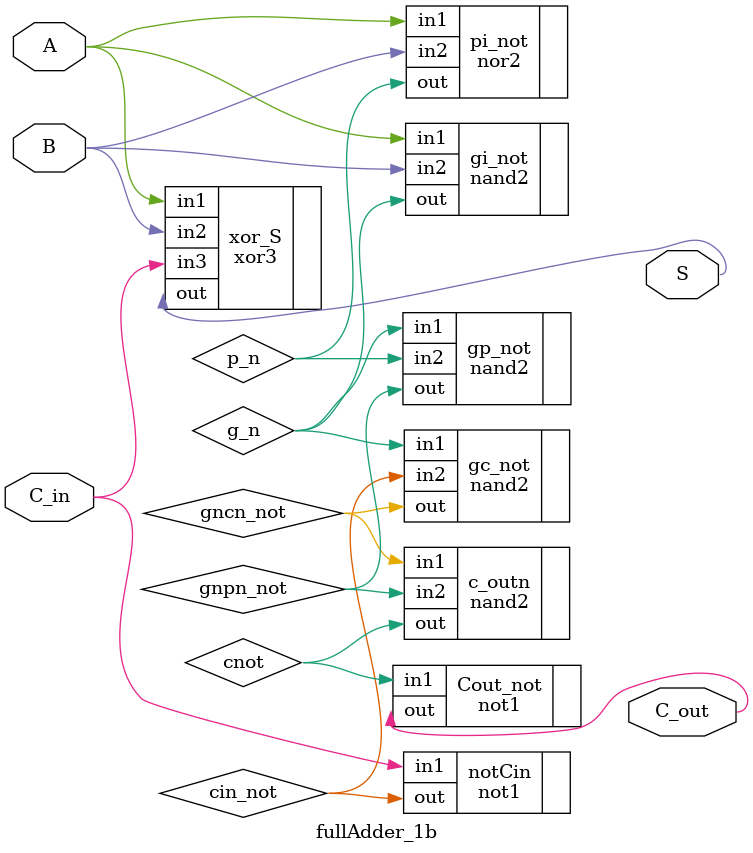
<source format=v>
/*
    CS/ECE 552 Spring '20
    Homework #1, Problem 2
    
    a 1-bit full adder
*/
module fullAdder_1b(A, B, C_in, S, C_out);
    input  A, B;
    input  C_in;
    output S;
    output C_out;

    wire ab_nand;
    wire ab_xor;
    wire cab_nand;

    wire g_n;
    wire p_n;

    wire gnpn_not;
    wire gncn_not;

    wire cnot;
    wire cin_not;


    // YOUR CODE HERE
// s = a xor b xor cin
xor3 xor_S (
	.in1(A),
	.in2(B),
	.in3(C_in),
	.out(S)
	);
//cout = ab+cin(a xor b)
//cout =((ab)'(C (a xor b))' )'


//cla_cout 
//	nand2 nand_ab(
//		.in1(A),
//		.in2(B),
//		.out(ab_nand)
//		);
//	xor2 xor_ab (
//		.in1(A),
//		.in2(B),
//		.out(ab_xor)
//		);
//	nand2 nand2_cab (
//		.in1(C_in),
//		.in2(ab_xor),
//		.out(cab_nand)
//		);
//	nand2 nand_out(
//		.in1(cab_nand),
//		.in2(ab_nand),
//		.out(C_out)
//		);


//cout_cla

	not1 notCin(
    	.in1(C_in),
    	.out(cin_not)
    	);

	nand2 gi_not (
        .in1(A),
        .in2(B),
        .out(g_n)
        );

    nor2 pi_not (
        .in1(A),
        .in2(B),
        .out(p_n)
        );

    nand2 gp_not (
        .in1(g_n),
        .in2(p_n),
        .out(gnpn_not)
        );

    nand2 gc_not (
        .in1(g_n),
        .in2(cin_not),
        .out(gncn_not)
        );

    nand2 c_outn (
        .in1(gncn_not),
        .in2(gnpn_not),
        .out(cnot)
        );
    
    not1 Cout_not(
    	.in1(cnot),
    	.out(C_out)
    	);






endmodule











</source>
